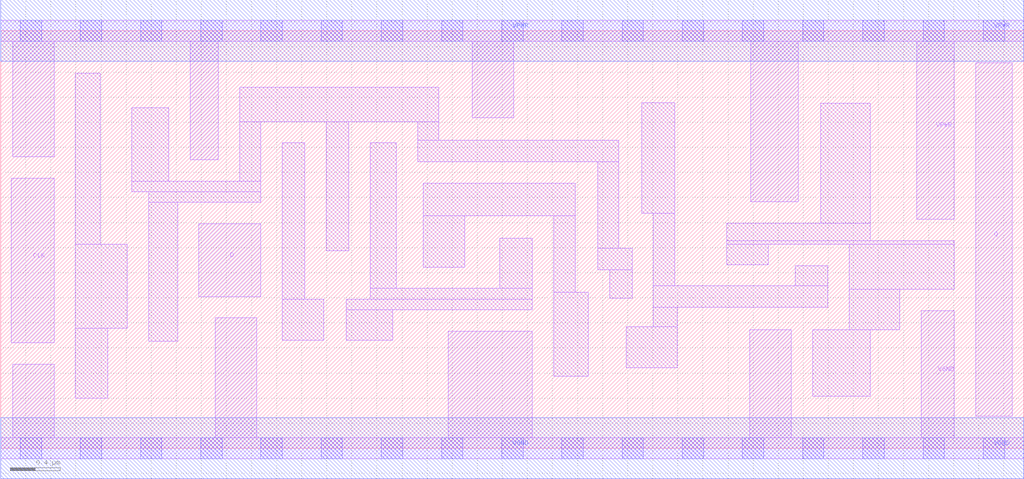
<source format=lef>
# Copyright 2020 The SkyWater PDK Authors
#
# Licensed under the Apache License, Version 2.0 (the "License");
# you may not use this file except in compliance with the License.
# You may obtain a copy of the License at
#
#     https://www.apache.org/licenses/LICENSE-2.0
#
# Unless required by applicable law or agreed to in writing, software
# distributed under the License is distributed on an "AS IS" BASIS,
# WITHOUT WARRANTIES OR CONDITIONS OF ANY KIND, either express or implied.
# See the License for the specific language governing permissions and
# limitations under the License.
#
# SPDX-License-Identifier: Apache-2.0

VERSION 5.7 ;
  NAMESCASESENSITIVE ON ;
  NOWIREEXTENSIONATPIN ON ;
  DIVIDERCHAR "/" ;
  BUSBITCHARS "[]" ;
UNITS
  DATABASE MICRONS 200 ;
END UNITS
MACRO sky130_fd_sc_lp__dfxtp_1
  CLASS CORE ;
  SOURCE USER ;
  FOREIGN sky130_fd_sc_lp__dfxtp_1 ;
  ORIGIN  0.000000  0.000000 ;
  SIZE  8.160000 BY  3.330000 ;
  SYMMETRY X Y R90 ;
  SITE unit ;
  PIN D
    ANTENNAGATEAREA  0.126000 ;
    DIRECTION INPUT ;
    USE SIGNAL ;
    PORT
      LAYER li1 ;
        RECT 1.580000 1.210000 2.075000 1.790000 ;
    END
  END D
  PIN Q
    ANTENNADIFFAREA  0.556500 ;
    DIRECTION OUTPUT ;
    USE SIGNAL ;
    PORT
      LAYER li1 ;
        RECT 7.775000 0.255000 8.065000 3.075000 ;
    END
  END Q
  PIN CLK
    ANTENNAGATEAREA  0.159000 ;
    DIRECTION INPUT ;
    USE CLOCK ;
    PORT
      LAYER li1 ;
        RECT 0.085000 0.840000 0.425000 2.155000 ;
    END
  END CLK
  PIN VGND
    DIRECTION INOUT ;
    USE GROUND ;
    PORT
      LAYER li1 ;
        RECT 0.000000 -0.085000 8.160000 0.085000 ;
        RECT 0.095000  0.085000 0.425000 0.670000 ;
        RECT 1.710000  0.085000 2.040000 1.040000 ;
        RECT 3.570000  0.085000 4.240000 0.935000 ;
        RECT 5.975000  0.085000 6.305000 0.945000 ;
        RECT 7.340000  0.085000 7.605000 1.095000 ;
      LAYER mcon ;
        RECT 0.155000 -0.085000 0.325000 0.085000 ;
        RECT 0.635000 -0.085000 0.805000 0.085000 ;
        RECT 1.115000 -0.085000 1.285000 0.085000 ;
        RECT 1.595000 -0.085000 1.765000 0.085000 ;
        RECT 2.075000 -0.085000 2.245000 0.085000 ;
        RECT 2.555000 -0.085000 2.725000 0.085000 ;
        RECT 3.035000 -0.085000 3.205000 0.085000 ;
        RECT 3.515000 -0.085000 3.685000 0.085000 ;
        RECT 3.995000 -0.085000 4.165000 0.085000 ;
        RECT 4.475000 -0.085000 4.645000 0.085000 ;
        RECT 4.955000 -0.085000 5.125000 0.085000 ;
        RECT 5.435000 -0.085000 5.605000 0.085000 ;
        RECT 5.915000 -0.085000 6.085000 0.085000 ;
        RECT 6.395000 -0.085000 6.565000 0.085000 ;
        RECT 6.875000 -0.085000 7.045000 0.085000 ;
        RECT 7.355000 -0.085000 7.525000 0.085000 ;
        RECT 7.835000 -0.085000 8.005000 0.085000 ;
      LAYER met1 ;
        RECT 0.000000 -0.245000 8.160000 0.245000 ;
    END
  END VGND
  PIN VPWR
    DIRECTION INOUT ;
    USE POWER ;
    PORT
      LAYER li1 ;
        RECT 0.000000 3.245000 8.160000 3.415000 ;
        RECT 0.095000 2.325000 0.425000 3.245000 ;
        RECT 1.510000 2.300000 1.735000 3.245000 ;
        RECT 3.760000 2.635000 4.090000 3.245000 ;
        RECT 5.980000 1.965000 6.360000 3.245000 ;
        RECT 7.305000 1.825000 7.605000 3.245000 ;
      LAYER mcon ;
        RECT 0.155000 3.245000 0.325000 3.415000 ;
        RECT 0.635000 3.245000 0.805000 3.415000 ;
        RECT 1.115000 3.245000 1.285000 3.415000 ;
        RECT 1.595000 3.245000 1.765000 3.415000 ;
        RECT 2.075000 3.245000 2.245000 3.415000 ;
        RECT 2.555000 3.245000 2.725000 3.415000 ;
        RECT 3.035000 3.245000 3.205000 3.415000 ;
        RECT 3.515000 3.245000 3.685000 3.415000 ;
        RECT 3.995000 3.245000 4.165000 3.415000 ;
        RECT 4.475000 3.245000 4.645000 3.415000 ;
        RECT 4.955000 3.245000 5.125000 3.415000 ;
        RECT 5.435000 3.245000 5.605000 3.415000 ;
        RECT 5.915000 3.245000 6.085000 3.415000 ;
        RECT 6.395000 3.245000 6.565000 3.415000 ;
        RECT 6.875000 3.245000 7.045000 3.415000 ;
        RECT 7.355000 3.245000 7.525000 3.415000 ;
        RECT 7.835000 3.245000 8.005000 3.415000 ;
      LAYER met1 ;
        RECT 0.000000 3.085000 8.160000 3.575000 ;
    END
  END VPWR
  OBS
    LAYER li1 ;
      RECT 0.595000 0.400000 0.855000 0.955000 ;
      RECT 0.595000 0.955000 1.010000 1.625000 ;
      RECT 0.595000 1.625000 0.795000 2.990000 ;
      RECT 1.045000 2.045000 2.075000 2.130000 ;
      RECT 1.045000 2.130000 1.340000 2.715000 ;
      RECT 1.180000 0.855000 1.410000 1.960000 ;
      RECT 1.180000 1.960000 2.075000 2.045000 ;
      RECT 1.905000 2.130000 2.075000 2.605000 ;
      RECT 1.905000 2.605000 3.495000 2.880000 ;
      RECT 2.245000 0.860000 2.575000 1.190000 ;
      RECT 2.245000 1.190000 2.425000 2.435000 ;
      RECT 2.595000 1.575000 2.775000 2.605000 ;
      RECT 2.755000 0.860000 3.125000 1.105000 ;
      RECT 2.755000 1.105000 4.240000 1.190000 ;
      RECT 2.945000 1.190000 4.240000 1.275000 ;
      RECT 2.945000 1.275000 3.155000 2.435000 ;
      RECT 3.325000 2.285000 4.930000 2.455000 ;
      RECT 3.325000 2.455000 3.495000 2.605000 ;
      RECT 3.370000 1.445000 3.700000 1.855000 ;
      RECT 3.370000 1.855000 4.580000 2.115000 ;
      RECT 3.980000 1.275000 4.240000 1.675000 ;
      RECT 4.410000 0.575000 4.685000 1.245000 ;
      RECT 4.410000 1.245000 4.580000 1.855000 ;
      RECT 4.760000 1.425000 5.035000 1.595000 ;
      RECT 4.760000 1.595000 4.930000 2.285000 ;
      RECT 4.855000 1.195000 5.035000 1.425000 ;
      RECT 4.990000 0.640000 5.395000 0.970000 ;
      RECT 5.110000 1.875000 5.375000 2.755000 ;
      RECT 5.205000 0.970000 5.395000 1.125000 ;
      RECT 5.205000 1.125000 6.595000 1.295000 ;
      RECT 5.205000 1.295000 5.375000 1.875000 ;
      RECT 5.790000 1.465000 6.120000 1.625000 ;
      RECT 5.790000 1.625000 7.605000 1.655000 ;
      RECT 5.790000 1.655000 6.935000 1.795000 ;
      RECT 6.335000 1.295000 6.595000 1.455000 ;
      RECT 6.475000 0.415000 6.935000 0.945000 ;
      RECT 6.540000 1.795000 6.935000 2.750000 ;
      RECT 6.765000 0.945000 7.170000 1.270000 ;
      RECT 6.765000 1.270000 7.605000 1.625000 ;
  END
END sky130_fd_sc_lp__dfxtp_1

</source>
